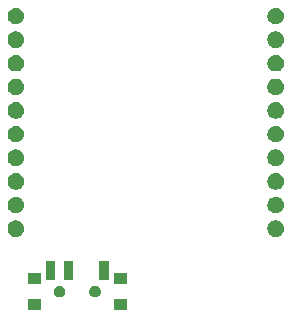
<source format=gbs>
%TF.GenerationSoftware,KiCad,Pcbnew,(5.1.0-4-gc924fc765)*%
%TF.CreationDate,2019-03-12T10:18:20+09:00*%
%TF.ProjectId,xbee,78626565-2e6b-4696-9361-645f70636258,rev?*%
%TF.SameCoordinates,Original*%
%TF.FileFunction,Soldermask,Bot*%
%TF.FilePolarity,Negative*%
%FSLAX46Y46*%
G04 Gerber Fmt 4.6, Leading zero omitted, Abs format (unit mm)*
G04 Created by KiCad (PCBNEW (5.1.0-4-gc924fc765)) date 2019-03-12 10:18:20*
%MOMM*%
%LPD*%
G04 APERTURE LIST*
%ADD10C,0.100000*%
G04 APERTURE END LIST*
D10*
G36*
X147001000Y-123281000D02*
G01*
X145899000Y-123281000D01*
X145899000Y-122379000D01*
X147001000Y-122379000D01*
X147001000Y-123281000D01*
X147001000Y-123281000D01*
G37*
G36*
X139701000Y-123281000D02*
G01*
X138599000Y-123281000D01*
X138599000Y-122379000D01*
X139701000Y-122379000D01*
X139701000Y-123281000D01*
X139701000Y-123281000D01*
G37*
G36*
X144397740Y-121238626D02*
G01*
X144446136Y-121248253D01*
X144483902Y-121263896D01*
X144537311Y-121286019D01*
X144537312Y-121286020D01*
X144619369Y-121340848D01*
X144689152Y-121410631D01*
X144689153Y-121410633D01*
X144743981Y-121492689D01*
X144781747Y-121583865D01*
X144801000Y-121680655D01*
X144801000Y-121779345D01*
X144781747Y-121876135D01*
X144743981Y-121967311D01*
X144743980Y-121967312D01*
X144689152Y-122049369D01*
X144619369Y-122119152D01*
X144578062Y-122146752D01*
X144537311Y-122173981D01*
X144483902Y-122196104D01*
X144446136Y-122211747D01*
X144397740Y-122221374D01*
X144349345Y-122231000D01*
X144250655Y-122231000D01*
X144202260Y-122221374D01*
X144153864Y-122211747D01*
X144116098Y-122196104D01*
X144062689Y-122173981D01*
X144021938Y-122146752D01*
X143980631Y-122119152D01*
X143910848Y-122049369D01*
X143856020Y-121967312D01*
X143856019Y-121967311D01*
X143818253Y-121876135D01*
X143799000Y-121779345D01*
X143799000Y-121680655D01*
X143818253Y-121583865D01*
X143856019Y-121492689D01*
X143910847Y-121410633D01*
X143910848Y-121410631D01*
X143980631Y-121340848D01*
X144062688Y-121286020D01*
X144062689Y-121286019D01*
X144116098Y-121263896D01*
X144153864Y-121248253D01*
X144202260Y-121238626D01*
X144250655Y-121229000D01*
X144349345Y-121229000D01*
X144397740Y-121238626D01*
X144397740Y-121238626D01*
G37*
G36*
X141397740Y-121238626D02*
G01*
X141446136Y-121248253D01*
X141483902Y-121263896D01*
X141537311Y-121286019D01*
X141537312Y-121286020D01*
X141619369Y-121340848D01*
X141689152Y-121410631D01*
X141689153Y-121410633D01*
X141743981Y-121492689D01*
X141781747Y-121583865D01*
X141801000Y-121680655D01*
X141801000Y-121779345D01*
X141781747Y-121876135D01*
X141743981Y-121967311D01*
X141743980Y-121967312D01*
X141689152Y-122049369D01*
X141619369Y-122119152D01*
X141578062Y-122146752D01*
X141537311Y-122173981D01*
X141483902Y-122196104D01*
X141446136Y-122211747D01*
X141397740Y-122221374D01*
X141349345Y-122231000D01*
X141250655Y-122231000D01*
X141202260Y-122221374D01*
X141153864Y-122211747D01*
X141116098Y-122196104D01*
X141062689Y-122173981D01*
X141021938Y-122146752D01*
X140980631Y-122119152D01*
X140910848Y-122049369D01*
X140856020Y-121967312D01*
X140856019Y-121967311D01*
X140818253Y-121876135D01*
X140799000Y-121779345D01*
X140799000Y-121680655D01*
X140818253Y-121583865D01*
X140856019Y-121492689D01*
X140910847Y-121410633D01*
X140910848Y-121410631D01*
X140980631Y-121340848D01*
X141062688Y-121286020D01*
X141062689Y-121286019D01*
X141116098Y-121263896D01*
X141153864Y-121248253D01*
X141202260Y-121238626D01*
X141250655Y-121229000D01*
X141349345Y-121229000D01*
X141397740Y-121238626D01*
X141397740Y-121238626D01*
G37*
G36*
X147001000Y-121071000D02*
G01*
X145899000Y-121071000D01*
X145899000Y-120169000D01*
X147001000Y-120169000D01*
X147001000Y-121071000D01*
X147001000Y-121071000D01*
G37*
G36*
X139701000Y-121071000D02*
G01*
X138599000Y-121071000D01*
X138599000Y-120169000D01*
X139701000Y-120169000D01*
X139701000Y-121071000D01*
X139701000Y-121071000D01*
G37*
G36*
X140951000Y-120771000D02*
G01*
X140149000Y-120771000D01*
X140149000Y-119169000D01*
X140951000Y-119169000D01*
X140951000Y-120771000D01*
X140951000Y-120771000D01*
G37*
G36*
X142451000Y-120771000D02*
G01*
X141649000Y-120771000D01*
X141649000Y-119169000D01*
X142451000Y-119169000D01*
X142451000Y-120771000D01*
X142451000Y-120771000D01*
G37*
G36*
X145451000Y-120771000D02*
G01*
X144649000Y-120771000D01*
X144649000Y-119169000D01*
X145451000Y-119169000D01*
X145451000Y-120771000D01*
X145451000Y-120771000D01*
G37*
G36*
X159804473Y-115725938D02*
G01*
X159932049Y-115778782D01*
X160046859Y-115855495D01*
X160144505Y-115953141D01*
X160221218Y-116067951D01*
X160274062Y-116195527D01*
X160301000Y-116330956D01*
X160301000Y-116469044D01*
X160274062Y-116604473D01*
X160221218Y-116732049D01*
X160144505Y-116846859D01*
X160046859Y-116944505D01*
X159932049Y-117021218D01*
X159804473Y-117074062D01*
X159669044Y-117101000D01*
X159530956Y-117101000D01*
X159395527Y-117074062D01*
X159267951Y-117021218D01*
X159153141Y-116944505D01*
X159055495Y-116846859D01*
X158978782Y-116732049D01*
X158925938Y-116604473D01*
X158899000Y-116469044D01*
X158899000Y-116330956D01*
X158925938Y-116195527D01*
X158978782Y-116067951D01*
X159055495Y-115953141D01*
X159153141Y-115855495D01*
X159267951Y-115778782D01*
X159395527Y-115725938D01*
X159530956Y-115699000D01*
X159669044Y-115699000D01*
X159804473Y-115725938D01*
X159804473Y-115725938D01*
G37*
G36*
X137804473Y-115725938D02*
G01*
X137932049Y-115778782D01*
X138046859Y-115855495D01*
X138144505Y-115953141D01*
X138221218Y-116067951D01*
X138274062Y-116195527D01*
X138301000Y-116330956D01*
X138301000Y-116469044D01*
X138274062Y-116604473D01*
X138221218Y-116732049D01*
X138144505Y-116846859D01*
X138046859Y-116944505D01*
X137932049Y-117021218D01*
X137804473Y-117074062D01*
X137669044Y-117101000D01*
X137530956Y-117101000D01*
X137395527Y-117074062D01*
X137267951Y-117021218D01*
X137153141Y-116944505D01*
X137055495Y-116846859D01*
X136978782Y-116732049D01*
X136925938Y-116604473D01*
X136899000Y-116469044D01*
X136899000Y-116330956D01*
X136925938Y-116195527D01*
X136978782Y-116067951D01*
X137055495Y-115953141D01*
X137153141Y-115855495D01*
X137267951Y-115778782D01*
X137395527Y-115725938D01*
X137530956Y-115699000D01*
X137669044Y-115699000D01*
X137804473Y-115725938D01*
X137804473Y-115725938D01*
G37*
G36*
X159804473Y-113725938D02*
G01*
X159932049Y-113778782D01*
X160046859Y-113855495D01*
X160144505Y-113953141D01*
X160221218Y-114067951D01*
X160274062Y-114195527D01*
X160301000Y-114330956D01*
X160301000Y-114469044D01*
X160274062Y-114604473D01*
X160221218Y-114732049D01*
X160144505Y-114846859D01*
X160046859Y-114944505D01*
X159932049Y-115021218D01*
X159804473Y-115074062D01*
X159669044Y-115101000D01*
X159530956Y-115101000D01*
X159395527Y-115074062D01*
X159267951Y-115021218D01*
X159153141Y-114944505D01*
X159055495Y-114846859D01*
X158978782Y-114732049D01*
X158925938Y-114604473D01*
X158899000Y-114469044D01*
X158899000Y-114330956D01*
X158925938Y-114195527D01*
X158978782Y-114067951D01*
X159055495Y-113953141D01*
X159153141Y-113855495D01*
X159267951Y-113778782D01*
X159395527Y-113725938D01*
X159530956Y-113699000D01*
X159669044Y-113699000D01*
X159804473Y-113725938D01*
X159804473Y-113725938D01*
G37*
G36*
X137804473Y-113725938D02*
G01*
X137932049Y-113778782D01*
X138046859Y-113855495D01*
X138144505Y-113953141D01*
X138221218Y-114067951D01*
X138274062Y-114195527D01*
X138301000Y-114330956D01*
X138301000Y-114469044D01*
X138274062Y-114604473D01*
X138221218Y-114732049D01*
X138144505Y-114846859D01*
X138046859Y-114944505D01*
X137932049Y-115021218D01*
X137804473Y-115074062D01*
X137669044Y-115101000D01*
X137530956Y-115101000D01*
X137395527Y-115074062D01*
X137267951Y-115021218D01*
X137153141Y-114944505D01*
X137055495Y-114846859D01*
X136978782Y-114732049D01*
X136925938Y-114604473D01*
X136899000Y-114469044D01*
X136899000Y-114330956D01*
X136925938Y-114195527D01*
X136978782Y-114067951D01*
X137055495Y-113953141D01*
X137153141Y-113855495D01*
X137267951Y-113778782D01*
X137395527Y-113725938D01*
X137530956Y-113699000D01*
X137669044Y-113699000D01*
X137804473Y-113725938D01*
X137804473Y-113725938D01*
G37*
G36*
X159804473Y-111725938D02*
G01*
X159932049Y-111778782D01*
X160046859Y-111855495D01*
X160144505Y-111953141D01*
X160221218Y-112067951D01*
X160274062Y-112195527D01*
X160301000Y-112330956D01*
X160301000Y-112469044D01*
X160274062Y-112604473D01*
X160221218Y-112732049D01*
X160144505Y-112846859D01*
X160046859Y-112944505D01*
X159932049Y-113021218D01*
X159804473Y-113074062D01*
X159669044Y-113101000D01*
X159530956Y-113101000D01*
X159395527Y-113074062D01*
X159267951Y-113021218D01*
X159153141Y-112944505D01*
X159055495Y-112846859D01*
X158978782Y-112732049D01*
X158925938Y-112604473D01*
X158899000Y-112469044D01*
X158899000Y-112330956D01*
X158925938Y-112195527D01*
X158978782Y-112067951D01*
X159055495Y-111953141D01*
X159153141Y-111855495D01*
X159267951Y-111778782D01*
X159395527Y-111725938D01*
X159530956Y-111699000D01*
X159669044Y-111699000D01*
X159804473Y-111725938D01*
X159804473Y-111725938D01*
G37*
G36*
X137804473Y-111725938D02*
G01*
X137932049Y-111778782D01*
X138046859Y-111855495D01*
X138144505Y-111953141D01*
X138221218Y-112067951D01*
X138274062Y-112195527D01*
X138301000Y-112330956D01*
X138301000Y-112469044D01*
X138274062Y-112604473D01*
X138221218Y-112732049D01*
X138144505Y-112846859D01*
X138046859Y-112944505D01*
X137932049Y-113021218D01*
X137804473Y-113074062D01*
X137669044Y-113101000D01*
X137530956Y-113101000D01*
X137395527Y-113074062D01*
X137267951Y-113021218D01*
X137153141Y-112944505D01*
X137055495Y-112846859D01*
X136978782Y-112732049D01*
X136925938Y-112604473D01*
X136899000Y-112469044D01*
X136899000Y-112330956D01*
X136925938Y-112195527D01*
X136978782Y-112067951D01*
X137055495Y-111953141D01*
X137153141Y-111855495D01*
X137267951Y-111778782D01*
X137395527Y-111725938D01*
X137530956Y-111699000D01*
X137669044Y-111699000D01*
X137804473Y-111725938D01*
X137804473Y-111725938D01*
G37*
G36*
X159804473Y-109725938D02*
G01*
X159932049Y-109778782D01*
X160046859Y-109855495D01*
X160144505Y-109953141D01*
X160221218Y-110067951D01*
X160274062Y-110195527D01*
X160301000Y-110330956D01*
X160301000Y-110469044D01*
X160274062Y-110604473D01*
X160221218Y-110732049D01*
X160144505Y-110846859D01*
X160046859Y-110944505D01*
X159932049Y-111021218D01*
X159804473Y-111074062D01*
X159669044Y-111101000D01*
X159530956Y-111101000D01*
X159395527Y-111074062D01*
X159267951Y-111021218D01*
X159153141Y-110944505D01*
X159055495Y-110846859D01*
X158978782Y-110732049D01*
X158925938Y-110604473D01*
X158899000Y-110469044D01*
X158899000Y-110330956D01*
X158925938Y-110195527D01*
X158978782Y-110067951D01*
X159055495Y-109953141D01*
X159153141Y-109855495D01*
X159267951Y-109778782D01*
X159395527Y-109725938D01*
X159530956Y-109699000D01*
X159669044Y-109699000D01*
X159804473Y-109725938D01*
X159804473Y-109725938D01*
G37*
G36*
X137804473Y-109725938D02*
G01*
X137932049Y-109778782D01*
X138046859Y-109855495D01*
X138144505Y-109953141D01*
X138221218Y-110067951D01*
X138274062Y-110195527D01*
X138301000Y-110330956D01*
X138301000Y-110469044D01*
X138274062Y-110604473D01*
X138221218Y-110732049D01*
X138144505Y-110846859D01*
X138046859Y-110944505D01*
X137932049Y-111021218D01*
X137804473Y-111074062D01*
X137669044Y-111101000D01*
X137530956Y-111101000D01*
X137395527Y-111074062D01*
X137267951Y-111021218D01*
X137153141Y-110944505D01*
X137055495Y-110846859D01*
X136978782Y-110732049D01*
X136925938Y-110604473D01*
X136899000Y-110469044D01*
X136899000Y-110330956D01*
X136925938Y-110195527D01*
X136978782Y-110067951D01*
X137055495Y-109953141D01*
X137153141Y-109855495D01*
X137267951Y-109778782D01*
X137395527Y-109725938D01*
X137530956Y-109699000D01*
X137669044Y-109699000D01*
X137804473Y-109725938D01*
X137804473Y-109725938D01*
G37*
G36*
X159804473Y-107725938D02*
G01*
X159932049Y-107778782D01*
X160046859Y-107855495D01*
X160144505Y-107953141D01*
X160221218Y-108067951D01*
X160274062Y-108195527D01*
X160301000Y-108330956D01*
X160301000Y-108469044D01*
X160274062Y-108604473D01*
X160221218Y-108732049D01*
X160144505Y-108846859D01*
X160046859Y-108944505D01*
X159932049Y-109021218D01*
X159804473Y-109074062D01*
X159669044Y-109101000D01*
X159530956Y-109101000D01*
X159395527Y-109074062D01*
X159267951Y-109021218D01*
X159153141Y-108944505D01*
X159055495Y-108846859D01*
X158978782Y-108732049D01*
X158925938Y-108604473D01*
X158899000Y-108469044D01*
X158899000Y-108330956D01*
X158925938Y-108195527D01*
X158978782Y-108067951D01*
X159055495Y-107953141D01*
X159153141Y-107855495D01*
X159267951Y-107778782D01*
X159395527Y-107725938D01*
X159530956Y-107699000D01*
X159669044Y-107699000D01*
X159804473Y-107725938D01*
X159804473Y-107725938D01*
G37*
G36*
X137804473Y-107725938D02*
G01*
X137932049Y-107778782D01*
X138046859Y-107855495D01*
X138144505Y-107953141D01*
X138221218Y-108067951D01*
X138274062Y-108195527D01*
X138301000Y-108330956D01*
X138301000Y-108469044D01*
X138274062Y-108604473D01*
X138221218Y-108732049D01*
X138144505Y-108846859D01*
X138046859Y-108944505D01*
X137932049Y-109021218D01*
X137804473Y-109074062D01*
X137669044Y-109101000D01*
X137530956Y-109101000D01*
X137395527Y-109074062D01*
X137267951Y-109021218D01*
X137153141Y-108944505D01*
X137055495Y-108846859D01*
X136978782Y-108732049D01*
X136925938Y-108604473D01*
X136899000Y-108469044D01*
X136899000Y-108330956D01*
X136925938Y-108195527D01*
X136978782Y-108067951D01*
X137055495Y-107953141D01*
X137153141Y-107855495D01*
X137267951Y-107778782D01*
X137395527Y-107725938D01*
X137530956Y-107699000D01*
X137669044Y-107699000D01*
X137804473Y-107725938D01*
X137804473Y-107725938D01*
G37*
G36*
X159804473Y-105725938D02*
G01*
X159932049Y-105778782D01*
X160046859Y-105855495D01*
X160144505Y-105953141D01*
X160221218Y-106067951D01*
X160274062Y-106195527D01*
X160301000Y-106330956D01*
X160301000Y-106469044D01*
X160274062Y-106604473D01*
X160221218Y-106732049D01*
X160144505Y-106846859D01*
X160046859Y-106944505D01*
X159932049Y-107021218D01*
X159804473Y-107074062D01*
X159669044Y-107101000D01*
X159530956Y-107101000D01*
X159395527Y-107074062D01*
X159267951Y-107021218D01*
X159153141Y-106944505D01*
X159055495Y-106846859D01*
X158978782Y-106732049D01*
X158925938Y-106604473D01*
X158899000Y-106469044D01*
X158899000Y-106330956D01*
X158925938Y-106195527D01*
X158978782Y-106067951D01*
X159055495Y-105953141D01*
X159153141Y-105855495D01*
X159267951Y-105778782D01*
X159395527Y-105725938D01*
X159530956Y-105699000D01*
X159669044Y-105699000D01*
X159804473Y-105725938D01*
X159804473Y-105725938D01*
G37*
G36*
X137804473Y-105725938D02*
G01*
X137932049Y-105778782D01*
X138046859Y-105855495D01*
X138144505Y-105953141D01*
X138221218Y-106067951D01*
X138274062Y-106195527D01*
X138301000Y-106330956D01*
X138301000Y-106469044D01*
X138274062Y-106604473D01*
X138221218Y-106732049D01*
X138144505Y-106846859D01*
X138046859Y-106944505D01*
X137932049Y-107021218D01*
X137804473Y-107074062D01*
X137669044Y-107101000D01*
X137530956Y-107101000D01*
X137395527Y-107074062D01*
X137267951Y-107021218D01*
X137153141Y-106944505D01*
X137055495Y-106846859D01*
X136978782Y-106732049D01*
X136925938Y-106604473D01*
X136899000Y-106469044D01*
X136899000Y-106330956D01*
X136925938Y-106195527D01*
X136978782Y-106067951D01*
X137055495Y-105953141D01*
X137153141Y-105855495D01*
X137267951Y-105778782D01*
X137395527Y-105725938D01*
X137530956Y-105699000D01*
X137669044Y-105699000D01*
X137804473Y-105725938D01*
X137804473Y-105725938D01*
G37*
G36*
X159804473Y-103725938D02*
G01*
X159932049Y-103778782D01*
X160046859Y-103855495D01*
X160144505Y-103953141D01*
X160221218Y-104067951D01*
X160274062Y-104195527D01*
X160301000Y-104330956D01*
X160301000Y-104469044D01*
X160274062Y-104604473D01*
X160221218Y-104732049D01*
X160144505Y-104846859D01*
X160046859Y-104944505D01*
X159932049Y-105021218D01*
X159804473Y-105074062D01*
X159669044Y-105101000D01*
X159530956Y-105101000D01*
X159395527Y-105074062D01*
X159267951Y-105021218D01*
X159153141Y-104944505D01*
X159055495Y-104846859D01*
X158978782Y-104732049D01*
X158925938Y-104604473D01*
X158899000Y-104469044D01*
X158899000Y-104330956D01*
X158925938Y-104195527D01*
X158978782Y-104067951D01*
X159055495Y-103953141D01*
X159153141Y-103855495D01*
X159267951Y-103778782D01*
X159395527Y-103725938D01*
X159530956Y-103699000D01*
X159669044Y-103699000D01*
X159804473Y-103725938D01*
X159804473Y-103725938D01*
G37*
G36*
X137804473Y-103725938D02*
G01*
X137932049Y-103778782D01*
X138046859Y-103855495D01*
X138144505Y-103953141D01*
X138221218Y-104067951D01*
X138274062Y-104195527D01*
X138301000Y-104330956D01*
X138301000Y-104469044D01*
X138274062Y-104604473D01*
X138221218Y-104732049D01*
X138144505Y-104846859D01*
X138046859Y-104944505D01*
X137932049Y-105021218D01*
X137804473Y-105074062D01*
X137669044Y-105101000D01*
X137530956Y-105101000D01*
X137395527Y-105074062D01*
X137267951Y-105021218D01*
X137153141Y-104944505D01*
X137055495Y-104846859D01*
X136978782Y-104732049D01*
X136925938Y-104604473D01*
X136899000Y-104469044D01*
X136899000Y-104330956D01*
X136925938Y-104195527D01*
X136978782Y-104067951D01*
X137055495Y-103953141D01*
X137153141Y-103855495D01*
X137267951Y-103778782D01*
X137395527Y-103725938D01*
X137530956Y-103699000D01*
X137669044Y-103699000D01*
X137804473Y-103725938D01*
X137804473Y-103725938D01*
G37*
G36*
X159804473Y-101725938D02*
G01*
X159932049Y-101778782D01*
X160046859Y-101855495D01*
X160144505Y-101953141D01*
X160221218Y-102067951D01*
X160274062Y-102195527D01*
X160301000Y-102330956D01*
X160301000Y-102469044D01*
X160274062Y-102604473D01*
X160221218Y-102732049D01*
X160144505Y-102846859D01*
X160046859Y-102944505D01*
X159932049Y-103021218D01*
X159804473Y-103074062D01*
X159669044Y-103101000D01*
X159530956Y-103101000D01*
X159395527Y-103074062D01*
X159267951Y-103021218D01*
X159153141Y-102944505D01*
X159055495Y-102846859D01*
X158978782Y-102732049D01*
X158925938Y-102604473D01*
X158899000Y-102469044D01*
X158899000Y-102330956D01*
X158925938Y-102195527D01*
X158978782Y-102067951D01*
X159055495Y-101953141D01*
X159153141Y-101855495D01*
X159267951Y-101778782D01*
X159395527Y-101725938D01*
X159530956Y-101699000D01*
X159669044Y-101699000D01*
X159804473Y-101725938D01*
X159804473Y-101725938D01*
G37*
G36*
X137804473Y-101725938D02*
G01*
X137932049Y-101778782D01*
X138046859Y-101855495D01*
X138144505Y-101953141D01*
X138221218Y-102067951D01*
X138274062Y-102195527D01*
X138301000Y-102330956D01*
X138301000Y-102469044D01*
X138274062Y-102604473D01*
X138221218Y-102732049D01*
X138144505Y-102846859D01*
X138046859Y-102944505D01*
X137932049Y-103021218D01*
X137804473Y-103074062D01*
X137669044Y-103101000D01*
X137530956Y-103101000D01*
X137395527Y-103074062D01*
X137267951Y-103021218D01*
X137153141Y-102944505D01*
X137055495Y-102846859D01*
X136978782Y-102732049D01*
X136925938Y-102604473D01*
X136899000Y-102469044D01*
X136899000Y-102330956D01*
X136925938Y-102195527D01*
X136978782Y-102067951D01*
X137055495Y-101953141D01*
X137153141Y-101855495D01*
X137267951Y-101778782D01*
X137395527Y-101725938D01*
X137530956Y-101699000D01*
X137669044Y-101699000D01*
X137804473Y-101725938D01*
X137804473Y-101725938D01*
G37*
G36*
X159804473Y-99725938D02*
G01*
X159932049Y-99778782D01*
X160046859Y-99855495D01*
X160144505Y-99953141D01*
X160221218Y-100067951D01*
X160274062Y-100195527D01*
X160301000Y-100330956D01*
X160301000Y-100469044D01*
X160274062Y-100604473D01*
X160221218Y-100732049D01*
X160144505Y-100846859D01*
X160046859Y-100944505D01*
X159932049Y-101021218D01*
X159804473Y-101074062D01*
X159669044Y-101101000D01*
X159530956Y-101101000D01*
X159395527Y-101074062D01*
X159267951Y-101021218D01*
X159153141Y-100944505D01*
X159055495Y-100846859D01*
X158978782Y-100732049D01*
X158925938Y-100604473D01*
X158899000Y-100469044D01*
X158899000Y-100330956D01*
X158925938Y-100195527D01*
X158978782Y-100067951D01*
X159055495Y-99953141D01*
X159153141Y-99855495D01*
X159267951Y-99778782D01*
X159395527Y-99725938D01*
X159530956Y-99699000D01*
X159669044Y-99699000D01*
X159804473Y-99725938D01*
X159804473Y-99725938D01*
G37*
G36*
X137804473Y-99725938D02*
G01*
X137932049Y-99778782D01*
X138046859Y-99855495D01*
X138144505Y-99953141D01*
X138221218Y-100067951D01*
X138274062Y-100195527D01*
X138301000Y-100330956D01*
X138301000Y-100469044D01*
X138274062Y-100604473D01*
X138221218Y-100732049D01*
X138144505Y-100846859D01*
X138046859Y-100944505D01*
X137932049Y-101021218D01*
X137804473Y-101074062D01*
X137669044Y-101101000D01*
X137530956Y-101101000D01*
X137395527Y-101074062D01*
X137267951Y-101021218D01*
X137153141Y-100944505D01*
X137055495Y-100846859D01*
X136978782Y-100732049D01*
X136925938Y-100604473D01*
X136899000Y-100469044D01*
X136899000Y-100330956D01*
X136925938Y-100195527D01*
X136978782Y-100067951D01*
X137055495Y-99953141D01*
X137153141Y-99855495D01*
X137267951Y-99778782D01*
X137395527Y-99725938D01*
X137530956Y-99699000D01*
X137669044Y-99699000D01*
X137804473Y-99725938D01*
X137804473Y-99725938D01*
G37*
G36*
X137804473Y-97725938D02*
G01*
X137932049Y-97778782D01*
X138046859Y-97855495D01*
X138144505Y-97953141D01*
X138221218Y-98067951D01*
X138274062Y-98195527D01*
X138301000Y-98330956D01*
X138301000Y-98469044D01*
X138274062Y-98604473D01*
X138221218Y-98732049D01*
X138144505Y-98846859D01*
X138046859Y-98944505D01*
X137932049Y-99021218D01*
X137804473Y-99074062D01*
X137669044Y-99101000D01*
X137530956Y-99101000D01*
X137395527Y-99074062D01*
X137267951Y-99021218D01*
X137153141Y-98944505D01*
X137055495Y-98846859D01*
X136978782Y-98732049D01*
X136925938Y-98604473D01*
X136899000Y-98469044D01*
X136899000Y-98330956D01*
X136925938Y-98195527D01*
X136978782Y-98067951D01*
X137055495Y-97953141D01*
X137153141Y-97855495D01*
X137267951Y-97778782D01*
X137395527Y-97725938D01*
X137530956Y-97699000D01*
X137669044Y-97699000D01*
X137804473Y-97725938D01*
X137804473Y-97725938D01*
G37*
G36*
X159804473Y-97725938D02*
G01*
X159932049Y-97778782D01*
X160046859Y-97855495D01*
X160144505Y-97953141D01*
X160221218Y-98067951D01*
X160274062Y-98195527D01*
X160301000Y-98330956D01*
X160301000Y-98469044D01*
X160274062Y-98604473D01*
X160221218Y-98732049D01*
X160144505Y-98846859D01*
X160046859Y-98944505D01*
X159932049Y-99021218D01*
X159804473Y-99074062D01*
X159669044Y-99101000D01*
X159530956Y-99101000D01*
X159395527Y-99074062D01*
X159267951Y-99021218D01*
X159153141Y-98944505D01*
X159055495Y-98846859D01*
X158978782Y-98732049D01*
X158925938Y-98604473D01*
X158899000Y-98469044D01*
X158899000Y-98330956D01*
X158925938Y-98195527D01*
X158978782Y-98067951D01*
X159055495Y-97953141D01*
X159153141Y-97855495D01*
X159267951Y-97778782D01*
X159395527Y-97725938D01*
X159530956Y-97699000D01*
X159669044Y-97699000D01*
X159804473Y-97725938D01*
X159804473Y-97725938D01*
G37*
M02*

</source>
